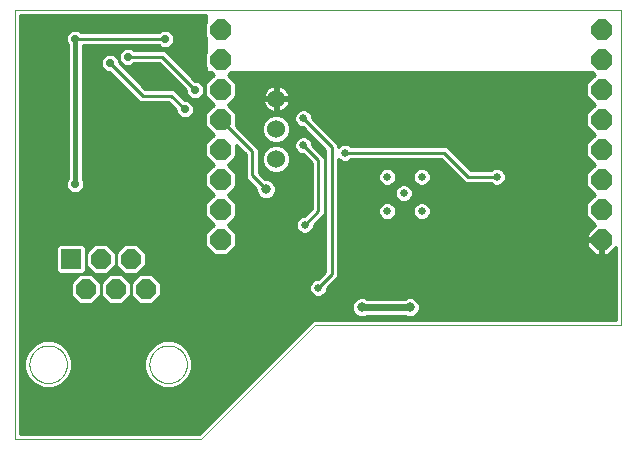
<source format=gbl>
G75*
%MOIN*%
%OFA0B0*%
%FSLAX25Y25*%
%IPPOS*%
%LPD*%
%AMOC8*
5,1,8,0,0,1.08239X$1,22.5*
%
%ADD10C,0.00000*%
%ADD11OC8,0.07000*%
%ADD12C,0.06000*%
%ADD13R,0.06600X0.06600*%
%ADD14OC8,0.06600*%
%ADD15C,0.01000*%
%ADD16C,0.02600*%
%ADD17C,0.03200*%
%ADD18OC8,0.02600*%
%ADD19C,0.02400*%
%ADD20C,0.01600*%
D10*
X0001500Y0001550D02*
X0001500Y0144550D01*
X0203500Y0144550D01*
X0203500Y0039550D01*
X0101500Y0039550D01*
X0063500Y0001550D01*
X0001500Y0001550D01*
X0006250Y0026550D02*
X0006252Y0026708D01*
X0006258Y0026865D01*
X0006268Y0027023D01*
X0006282Y0027180D01*
X0006300Y0027336D01*
X0006321Y0027493D01*
X0006347Y0027648D01*
X0006377Y0027803D01*
X0006410Y0027957D01*
X0006448Y0028110D01*
X0006489Y0028263D01*
X0006534Y0028414D01*
X0006583Y0028564D01*
X0006636Y0028712D01*
X0006692Y0028860D01*
X0006753Y0029005D01*
X0006816Y0029150D01*
X0006884Y0029292D01*
X0006955Y0029433D01*
X0007029Y0029572D01*
X0007107Y0029709D01*
X0007189Y0029844D01*
X0007273Y0029977D01*
X0007362Y0030108D01*
X0007453Y0030236D01*
X0007548Y0030363D01*
X0007645Y0030486D01*
X0007746Y0030608D01*
X0007850Y0030726D01*
X0007957Y0030842D01*
X0008067Y0030955D01*
X0008179Y0031066D01*
X0008295Y0031173D01*
X0008413Y0031278D01*
X0008533Y0031380D01*
X0008656Y0031478D01*
X0008782Y0031574D01*
X0008910Y0031666D01*
X0009040Y0031755D01*
X0009172Y0031841D01*
X0009307Y0031923D01*
X0009444Y0032002D01*
X0009582Y0032077D01*
X0009722Y0032149D01*
X0009865Y0032217D01*
X0010008Y0032282D01*
X0010154Y0032343D01*
X0010301Y0032400D01*
X0010449Y0032454D01*
X0010599Y0032504D01*
X0010749Y0032550D01*
X0010901Y0032592D01*
X0011054Y0032631D01*
X0011208Y0032665D01*
X0011363Y0032696D01*
X0011518Y0032722D01*
X0011674Y0032745D01*
X0011831Y0032764D01*
X0011988Y0032779D01*
X0012145Y0032790D01*
X0012303Y0032797D01*
X0012461Y0032800D01*
X0012618Y0032799D01*
X0012776Y0032794D01*
X0012933Y0032785D01*
X0013091Y0032772D01*
X0013247Y0032755D01*
X0013404Y0032734D01*
X0013559Y0032710D01*
X0013714Y0032681D01*
X0013869Y0032648D01*
X0014022Y0032612D01*
X0014175Y0032571D01*
X0014326Y0032527D01*
X0014476Y0032479D01*
X0014625Y0032428D01*
X0014773Y0032372D01*
X0014919Y0032313D01*
X0015064Y0032250D01*
X0015207Y0032183D01*
X0015348Y0032113D01*
X0015487Y0032040D01*
X0015625Y0031963D01*
X0015761Y0031882D01*
X0015894Y0031798D01*
X0016025Y0031711D01*
X0016154Y0031620D01*
X0016281Y0031526D01*
X0016406Y0031429D01*
X0016527Y0031329D01*
X0016647Y0031226D01*
X0016763Y0031120D01*
X0016877Y0031011D01*
X0016989Y0030899D01*
X0017097Y0030785D01*
X0017202Y0030667D01*
X0017305Y0030547D01*
X0017404Y0030425D01*
X0017500Y0030300D01*
X0017593Y0030172D01*
X0017683Y0030043D01*
X0017769Y0029911D01*
X0017853Y0029777D01*
X0017932Y0029641D01*
X0018009Y0029503D01*
X0018081Y0029363D01*
X0018150Y0029221D01*
X0018216Y0029078D01*
X0018278Y0028933D01*
X0018336Y0028786D01*
X0018391Y0028638D01*
X0018442Y0028489D01*
X0018489Y0028338D01*
X0018532Y0028187D01*
X0018571Y0028034D01*
X0018607Y0027880D01*
X0018638Y0027726D01*
X0018666Y0027571D01*
X0018690Y0027415D01*
X0018710Y0027258D01*
X0018726Y0027101D01*
X0018738Y0026944D01*
X0018746Y0026787D01*
X0018750Y0026629D01*
X0018750Y0026471D01*
X0018746Y0026313D01*
X0018738Y0026156D01*
X0018726Y0025999D01*
X0018710Y0025842D01*
X0018690Y0025685D01*
X0018666Y0025529D01*
X0018638Y0025374D01*
X0018607Y0025220D01*
X0018571Y0025066D01*
X0018532Y0024913D01*
X0018489Y0024762D01*
X0018442Y0024611D01*
X0018391Y0024462D01*
X0018336Y0024314D01*
X0018278Y0024167D01*
X0018216Y0024022D01*
X0018150Y0023879D01*
X0018081Y0023737D01*
X0018009Y0023597D01*
X0017932Y0023459D01*
X0017853Y0023323D01*
X0017769Y0023189D01*
X0017683Y0023057D01*
X0017593Y0022928D01*
X0017500Y0022800D01*
X0017404Y0022675D01*
X0017305Y0022553D01*
X0017202Y0022433D01*
X0017097Y0022315D01*
X0016989Y0022201D01*
X0016877Y0022089D01*
X0016763Y0021980D01*
X0016647Y0021874D01*
X0016527Y0021771D01*
X0016406Y0021671D01*
X0016281Y0021574D01*
X0016154Y0021480D01*
X0016025Y0021389D01*
X0015894Y0021302D01*
X0015761Y0021218D01*
X0015625Y0021137D01*
X0015487Y0021060D01*
X0015348Y0020987D01*
X0015207Y0020917D01*
X0015064Y0020850D01*
X0014919Y0020787D01*
X0014773Y0020728D01*
X0014625Y0020672D01*
X0014476Y0020621D01*
X0014326Y0020573D01*
X0014175Y0020529D01*
X0014022Y0020488D01*
X0013869Y0020452D01*
X0013714Y0020419D01*
X0013559Y0020390D01*
X0013404Y0020366D01*
X0013247Y0020345D01*
X0013091Y0020328D01*
X0012933Y0020315D01*
X0012776Y0020306D01*
X0012618Y0020301D01*
X0012461Y0020300D01*
X0012303Y0020303D01*
X0012145Y0020310D01*
X0011988Y0020321D01*
X0011831Y0020336D01*
X0011674Y0020355D01*
X0011518Y0020378D01*
X0011363Y0020404D01*
X0011208Y0020435D01*
X0011054Y0020469D01*
X0010901Y0020508D01*
X0010749Y0020550D01*
X0010599Y0020596D01*
X0010449Y0020646D01*
X0010301Y0020700D01*
X0010154Y0020757D01*
X0010008Y0020818D01*
X0009865Y0020883D01*
X0009722Y0020951D01*
X0009582Y0021023D01*
X0009444Y0021098D01*
X0009307Y0021177D01*
X0009172Y0021259D01*
X0009040Y0021345D01*
X0008910Y0021434D01*
X0008782Y0021526D01*
X0008656Y0021622D01*
X0008533Y0021720D01*
X0008413Y0021822D01*
X0008295Y0021927D01*
X0008179Y0022034D01*
X0008067Y0022145D01*
X0007957Y0022258D01*
X0007850Y0022374D01*
X0007746Y0022492D01*
X0007645Y0022614D01*
X0007548Y0022737D01*
X0007453Y0022864D01*
X0007362Y0022992D01*
X0007273Y0023123D01*
X0007189Y0023256D01*
X0007107Y0023391D01*
X0007029Y0023528D01*
X0006955Y0023667D01*
X0006884Y0023808D01*
X0006816Y0023950D01*
X0006753Y0024095D01*
X0006692Y0024240D01*
X0006636Y0024388D01*
X0006583Y0024536D01*
X0006534Y0024686D01*
X0006489Y0024837D01*
X0006448Y0024990D01*
X0006410Y0025143D01*
X0006377Y0025297D01*
X0006347Y0025452D01*
X0006321Y0025607D01*
X0006300Y0025764D01*
X0006282Y0025920D01*
X0006268Y0026077D01*
X0006258Y0026235D01*
X0006252Y0026392D01*
X0006250Y0026550D01*
X0046250Y0026550D02*
X0046252Y0026708D01*
X0046258Y0026865D01*
X0046268Y0027023D01*
X0046282Y0027180D01*
X0046300Y0027336D01*
X0046321Y0027493D01*
X0046347Y0027648D01*
X0046377Y0027803D01*
X0046410Y0027957D01*
X0046448Y0028110D01*
X0046489Y0028263D01*
X0046534Y0028414D01*
X0046583Y0028564D01*
X0046636Y0028712D01*
X0046692Y0028860D01*
X0046753Y0029005D01*
X0046816Y0029150D01*
X0046884Y0029292D01*
X0046955Y0029433D01*
X0047029Y0029572D01*
X0047107Y0029709D01*
X0047189Y0029844D01*
X0047273Y0029977D01*
X0047362Y0030108D01*
X0047453Y0030236D01*
X0047548Y0030363D01*
X0047645Y0030486D01*
X0047746Y0030608D01*
X0047850Y0030726D01*
X0047957Y0030842D01*
X0048067Y0030955D01*
X0048179Y0031066D01*
X0048295Y0031173D01*
X0048413Y0031278D01*
X0048533Y0031380D01*
X0048656Y0031478D01*
X0048782Y0031574D01*
X0048910Y0031666D01*
X0049040Y0031755D01*
X0049172Y0031841D01*
X0049307Y0031923D01*
X0049444Y0032002D01*
X0049582Y0032077D01*
X0049722Y0032149D01*
X0049865Y0032217D01*
X0050008Y0032282D01*
X0050154Y0032343D01*
X0050301Y0032400D01*
X0050449Y0032454D01*
X0050599Y0032504D01*
X0050749Y0032550D01*
X0050901Y0032592D01*
X0051054Y0032631D01*
X0051208Y0032665D01*
X0051363Y0032696D01*
X0051518Y0032722D01*
X0051674Y0032745D01*
X0051831Y0032764D01*
X0051988Y0032779D01*
X0052145Y0032790D01*
X0052303Y0032797D01*
X0052461Y0032800D01*
X0052618Y0032799D01*
X0052776Y0032794D01*
X0052933Y0032785D01*
X0053091Y0032772D01*
X0053247Y0032755D01*
X0053404Y0032734D01*
X0053559Y0032710D01*
X0053714Y0032681D01*
X0053869Y0032648D01*
X0054022Y0032612D01*
X0054175Y0032571D01*
X0054326Y0032527D01*
X0054476Y0032479D01*
X0054625Y0032428D01*
X0054773Y0032372D01*
X0054919Y0032313D01*
X0055064Y0032250D01*
X0055207Y0032183D01*
X0055348Y0032113D01*
X0055487Y0032040D01*
X0055625Y0031963D01*
X0055761Y0031882D01*
X0055894Y0031798D01*
X0056025Y0031711D01*
X0056154Y0031620D01*
X0056281Y0031526D01*
X0056406Y0031429D01*
X0056527Y0031329D01*
X0056647Y0031226D01*
X0056763Y0031120D01*
X0056877Y0031011D01*
X0056989Y0030899D01*
X0057097Y0030785D01*
X0057202Y0030667D01*
X0057305Y0030547D01*
X0057404Y0030425D01*
X0057500Y0030300D01*
X0057593Y0030172D01*
X0057683Y0030043D01*
X0057769Y0029911D01*
X0057853Y0029777D01*
X0057932Y0029641D01*
X0058009Y0029503D01*
X0058081Y0029363D01*
X0058150Y0029221D01*
X0058216Y0029078D01*
X0058278Y0028933D01*
X0058336Y0028786D01*
X0058391Y0028638D01*
X0058442Y0028489D01*
X0058489Y0028338D01*
X0058532Y0028187D01*
X0058571Y0028034D01*
X0058607Y0027880D01*
X0058638Y0027726D01*
X0058666Y0027571D01*
X0058690Y0027415D01*
X0058710Y0027258D01*
X0058726Y0027101D01*
X0058738Y0026944D01*
X0058746Y0026787D01*
X0058750Y0026629D01*
X0058750Y0026471D01*
X0058746Y0026313D01*
X0058738Y0026156D01*
X0058726Y0025999D01*
X0058710Y0025842D01*
X0058690Y0025685D01*
X0058666Y0025529D01*
X0058638Y0025374D01*
X0058607Y0025220D01*
X0058571Y0025066D01*
X0058532Y0024913D01*
X0058489Y0024762D01*
X0058442Y0024611D01*
X0058391Y0024462D01*
X0058336Y0024314D01*
X0058278Y0024167D01*
X0058216Y0024022D01*
X0058150Y0023879D01*
X0058081Y0023737D01*
X0058009Y0023597D01*
X0057932Y0023459D01*
X0057853Y0023323D01*
X0057769Y0023189D01*
X0057683Y0023057D01*
X0057593Y0022928D01*
X0057500Y0022800D01*
X0057404Y0022675D01*
X0057305Y0022553D01*
X0057202Y0022433D01*
X0057097Y0022315D01*
X0056989Y0022201D01*
X0056877Y0022089D01*
X0056763Y0021980D01*
X0056647Y0021874D01*
X0056527Y0021771D01*
X0056406Y0021671D01*
X0056281Y0021574D01*
X0056154Y0021480D01*
X0056025Y0021389D01*
X0055894Y0021302D01*
X0055761Y0021218D01*
X0055625Y0021137D01*
X0055487Y0021060D01*
X0055348Y0020987D01*
X0055207Y0020917D01*
X0055064Y0020850D01*
X0054919Y0020787D01*
X0054773Y0020728D01*
X0054625Y0020672D01*
X0054476Y0020621D01*
X0054326Y0020573D01*
X0054175Y0020529D01*
X0054022Y0020488D01*
X0053869Y0020452D01*
X0053714Y0020419D01*
X0053559Y0020390D01*
X0053404Y0020366D01*
X0053247Y0020345D01*
X0053091Y0020328D01*
X0052933Y0020315D01*
X0052776Y0020306D01*
X0052618Y0020301D01*
X0052461Y0020300D01*
X0052303Y0020303D01*
X0052145Y0020310D01*
X0051988Y0020321D01*
X0051831Y0020336D01*
X0051674Y0020355D01*
X0051518Y0020378D01*
X0051363Y0020404D01*
X0051208Y0020435D01*
X0051054Y0020469D01*
X0050901Y0020508D01*
X0050749Y0020550D01*
X0050599Y0020596D01*
X0050449Y0020646D01*
X0050301Y0020700D01*
X0050154Y0020757D01*
X0050008Y0020818D01*
X0049865Y0020883D01*
X0049722Y0020951D01*
X0049582Y0021023D01*
X0049444Y0021098D01*
X0049307Y0021177D01*
X0049172Y0021259D01*
X0049040Y0021345D01*
X0048910Y0021434D01*
X0048782Y0021526D01*
X0048656Y0021622D01*
X0048533Y0021720D01*
X0048413Y0021822D01*
X0048295Y0021927D01*
X0048179Y0022034D01*
X0048067Y0022145D01*
X0047957Y0022258D01*
X0047850Y0022374D01*
X0047746Y0022492D01*
X0047645Y0022614D01*
X0047548Y0022737D01*
X0047453Y0022864D01*
X0047362Y0022992D01*
X0047273Y0023123D01*
X0047189Y0023256D01*
X0047107Y0023391D01*
X0047029Y0023528D01*
X0046955Y0023667D01*
X0046884Y0023808D01*
X0046816Y0023950D01*
X0046753Y0024095D01*
X0046692Y0024240D01*
X0046636Y0024388D01*
X0046583Y0024536D01*
X0046534Y0024686D01*
X0046489Y0024837D01*
X0046448Y0024990D01*
X0046410Y0025143D01*
X0046377Y0025297D01*
X0046347Y0025452D01*
X0046321Y0025607D01*
X0046300Y0025764D01*
X0046282Y0025920D01*
X0046268Y0026077D01*
X0046258Y0026235D01*
X0046252Y0026392D01*
X0046250Y0026550D01*
D11*
X0070000Y0068050D03*
X0070000Y0078050D03*
X0070000Y0088050D03*
X0070000Y0098050D03*
X0070000Y0108050D03*
X0070000Y0118050D03*
X0070000Y0128050D03*
X0070000Y0138050D03*
X0197000Y0138050D03*
X0197000Y0128050D03*
X0197000Y0118050D03*
X0197000Y0108050D03*
X0197000Y0098050D03*
X0197000Y0088050D03*
X0197000Y0078050D03*
X0197000Y0068050D03*
D12*
X0088500Y0095050D03*
X0088500Y0105050D03*
X0088500Y0115050D03*
D13*
X0020000Y0061550D03*
D14*
X0025000Y0051550D03*
X0030000Y0061550D03*
X0035000Y0051550D03*
X0045000Y0051550D03*
X0040000Y0061550D03*
D15*
X0043044Y0057523D02*
X0104800Y0057523D01*
X0104800Y0057461D02*
X0102389Y0055050D01*
X0101903Y0055050D01*
X0100801Y0054593D01*
X0099957Y0053749D01*
X0099500Y0052647D01*
X0099500Y0051453D01*
X0099957Y0050351D01*
X0100801Y0049507D01*
X0101903Y0049050D01*
X0103097Y0049050D01*
X0104199Y0049507D01*
X0105043Y0050351D01*
X0105500Y0051453D01*
X0105500Y0051939D01*
X0109200Y0055639D01*
X0109200Y0095107D01*
X0109801Y0094507D01*
X0110903Y0094050D01*
X0112097Y0094050D01*
X0113199Y0094507D01*
X0113543Y0094850D01*
X0143589Y0094850D01*
X0150300Y0088139D01*
X0151589Y0086850D01*
X0159957Y0086850D01*
X0160301Y0086507D01*
X0161403Y0086050D01*
X0162597Y0086050D01*
X0163699Y0086507D01*
X0164543Y0087351D01*
X0165000Y0088453D01*
X0165000Y0089647D01*
X0164543Y0090749D01*
X0163699Y0091593D01*
X0162597Y0092050D01*
X0161403Y0092050D01*
X0160301Y0091593D01*
X0159957Y0091250D01*
X0153411Y0091250D01*
X0145411Y0099250D01*
X0113543Y0099250D01*
X0113199Y0099593D01*
X0112097Y0100050D01*
X0110903Y0100050D01*
X0109801Y0099593D01*
X0109200Y0098993D01*
X0109200Y0099961D01*
X0100500Y0108661D01*
X0100500Y0109147D01*
X0100043Y0110249D01*
X0099199Y0111093D01*
X0098097Y0111550D01*
X0096903Y0111550D01*
X0095801Y0111093D01*
X0094957Y0110249D01*
X0094500Y0109147D01*
X0094500Y0107953D01*
X0094957Y0106851D01*
X0095801Y0106007D01*
X0096903Y0105550D01*
X0097389Y0105550D01*
X0104800Y0098139D01*
X0104800Y0057461D01*
X0104800Y0058522D02*
X0044043Y0058522D01*
X0045000Y0059479D02*
X0042071Y0056550D01*
X0037929Y0056550D01*
X0035000Y0059479D01*
X0035000Y0063621D01*
X0037929Y0066550D01*
X0042071Y0066550D01*
X0045000Y0063621D01*
X0045000Y0059479D01*
X0045000Y0059520D02*
X0104800Y0059520D01*
X0104800Y0060519D02*
X0045000Y0060519D01*
X0045000Y0061517D02*
X0104800Y0061517D01*
X0104800Y0062516D02*
X0045000Y0062516D01*
X0045000Y0063514D02*
X0067182Y0063514D01*
X0067846Y0062850D02*
X0064800Y0065896D01*
X0064800Y0070204D01*
X0067646Y0073050D01*
X0064800Y0075896D01*
X0064800Y0080204D01*
X0067646Y0083050D01*
X0064800Y0085896D01*
X0064800Y0090204D01*
X0067646Y0093050D01*
X0064800Y0095896D01*
X0064800Y0100204D01*
X0067646Y0103050D01*
X0064800Y0105896D01*
X0064800Y0110204D01*
X0067646Y0113050D01*
X0064800Y0115896D01*
X0064800Y0120204D01*
X0067646Y0123050D01*
X0066646Y0124050D01*
X0065000Y0124050D01*
X0065000Y0125696D01*
X0064800Y0125896D01*
X0064800Y0130204D01*
X0065000Y0130404D01*
X0065000Y0135696D01*
X0064800Y0135896D01*
X0064800Y0140204D01*
X0065000Y0140404D01*
X0065000Y0142850D01*
X0003200Y0142850D01*
X0003200Y0003250D01*
X0062796Y0003250D01*
X0099800Y0040254D01*
X0099800Y0040254D01*
X0100796Y0041250D01*
X0201800Y0041250D01*
X0201800Y0065779D01*
X0199071Y0063050D01*
X0197500Y0063050D01*
X0197500Y0067550D01*
X0196500Y0067550D01*
X0196500Y0063050D01*
X0194929Y0063050D01*
X0192000Y0065979D01*
X0192000Y0067550D01*
X0196500Y0067550D01*
X0196500Y0068550D01*
X0192000Y0068550D01*
X0192000Y0070121D01*
X0194788Y0072909D01*
X0191800Y0075896D01*
X0191800Y0080204D01*
X0194646Y0083050D01*
X0191800Y0085896D01*
X0191800Y0090204D01*
X0194646Y0093050D01*
X0191800Y0095896D01*
X0191800Y0100204D01*
X0194646Y0103050D01*
X0191800Y0105896D01*
X0191800Y0110204D01*
X0194646Y0113050D01*
X0191800Y0115896D01*
X0191800Y0120204D01*
X0194646Y0123050D01*
X0193646Y0124050D01*
X0073354Y0124050D01*
X0072354Y0123050D01*
X0075200Y0120204D01*
X0075200Y0115896D01*
X0072354Y0113050D01*
X0075200Y0110204D01*
X0075200Y0105961D01*
X0082700Y0098461D01*
X0082700Y0090461D01*
X0084933Y0088228D01*
X0085778Y0088228D01*
X0086991Y0087726D01*
X0087920Y0086797D01*
X0088422Y0085584D01*
X0088422Y0084272D01*
X0087920Y0083059D01*
X0086991Y0082130D01*
X0085778Y0081628D01*
X0084466Y0081628D01*
X0083253Y0082130D01*
X0082324Y0083059D01*
X0081822Y0084272D01*
X0081822Y0085117D01*
X0079589Y0087350D01*
X0078300Y0088639D01*
X0078300Y0096639D01*
X0075200Y0099739D01*
X0075200Y0095896D01*
X0072354Y0093050D01*
X0075200Y0090204D01*
X0075200Y0085896D01*
X0072354Y0083050D01*
X0075200Y0080204D01*
X0075200Y0075896D01*
X0072354Y0073050D01*
X0075200Y0070204D01*
X0075200Y0065896D01*
X0072154Y0062850D01*
X0067846Y0062850D01*
X0066183Y0064513D02*
X0044108Y0064513D01*
X0043110Y0065511D02*
X0065185Y0065511D01*
X0064800Y0066510D02*
X0042111Y0066510D01*
X0037889Y0066510D02*
X0032111Y0066510D01*
X0032071Y0066550D02*
X0027929Y0066550D01*
X0025000Y0063621D01*
X0025000Y0059479D01*
X0027929Y0056550D01*
X0032071Y0056550D01*
X0035000Y0059479D01*
X0035000Y0063621D01*
X0032071Y0066550D01*
X0033110Y0065511D02*
X0036890Y0065511D01*
X0035892Y0064513D02*
X0034108Y0064513D01*
X0035000Y0063514D02*
X0035000Y0063514D01*
X0035000Y0062516D02*
X0035000Y0062516D01*
X0035000Y0061517D02*
X0035000Y0061517D01*
X0035000Y0060519D02*
X0035000Y0060519D01*
X0035000Y0059520D02*
X0035000Y0059520D01*
X0034043Y0058522D02*
X0035957Y0058522D01*
X0036956Y0057523D02*
X0033044Y0057523D01*
X0032929Y0056550D02*
X0030000Y0053621D01*
X0030000Y0049479D01*
X0032929Y0046550D01*
X0037071Y0046550D01*
X0040000Y0049479D01*
X0042929Y0046550D01*
X0047071Y0046550D01*
X0050000Y0049479D01*
X0050000Y0053621D01*
X0047071Y0056550D01*
X0042929Y0056550D01*
X0040000Y0053621D01*
X0040000Y0049479D01*
X0040000Y0053621D01*
X0037071Y0056550D01*
X0032929Y0056550D01*
X0032904Y0056525D02*
X0027096Y0056525D01*
X0027071Y0056550D02*
X0022929Y0056550D01*
X0020000Y0053621D01*
X0020000Y0049479D01*
X0022929Y0046550D01*
X0027071Y0046550D01*
X0030000Y0049479D01*
X0030000Y0053621D01*
X0027071Y0056550D01*
X0026956Y0057523D02*
X0024977Y0057523D01*
X0025000Y0057546D02*
X0024004Y0056550D01*
X0015996Y0056550D01*
X0015000Y0057546D01*
X0015000Y0065554D01*
X0015996Y0066550D01*
X0024004Y0066550D01*
X0025000Y0065554D01*
X0025000Y0057546D01*
X0025000Y0058522D02*
X0025957Y0058522D01*
X0025000Y0059520D02*
X0025000Y0059520D01*
X0025000Y0060519D02*
X0025000Y0060519D01*
X0025000Y0061517D02*
X0025000Y0061517D01*
X0025000Y0062516D02*
X0025000Y0062516D01*
X0025000Y0063514D02*
X0025000Y0063514D01*
X0025000Y0064513D02*
X0025892Y0064513D01*
X0025000Y0065511D02*
X0026890Y0065511D01*
X0027889Y0066510D02*
X0024044Y0066510D01*
X0015956Y0066510D02*
X0003200Y0066510D01*
X0003200Y0067508D02*
X0064800Y0067508D01*
X0064800Y0068507D02*
X0003200Y0068507D01*
X0003200Y0069505D02*
X0064800Y0069505D01*
X0065100Y0070504D02*
X0003200Y0070504D01*
X0003200Y0071502D02*
X0066098Y0071502D01*
X0067097Y0072501D02*
X0003200Y0072501D01*
X0003200Y0073499D02*
X0067197Y0073499D01*
X0066198Y0074498D02*
X0003200Y0074498D01*
X0003200Y0075496D02*
X0065200Y0075496D01*
X0064800Y0076495D02*
X0003200Y0076495D01*
X0003200Y0077493D02*
X0064800Y0077493D01*
X0064800Y0078492D02*
X0003200Y0078492D01*
X0003200Y0079490D02*
X0064800Y0079490D01*
X0065085Y0080489D02*
X0003200Y0080489D01*
X0003200Y0081487D02*
X0066084Y0081487D01*
X0067082Y0082486D02*
X0003200Y0082486D01*
X0003200Y0083484D02*
X0067212Y0083484D01*
X0066213Y0084483D02*
X0023676Y0084483D01*
X0024500Y0085307D02*
X0024500Y0087793D01*
X0024000Y0088293D01*
X0024000Y0132850D01*
X0049457Y0132850D01*
X0050257Y0132050D01*
X0052743Y0132050D01*
X0054500Y0133807D01*
X0054500Y0136293D01*
X0052743Y0138050D01*
X0050257Y0138050D01*
X0049457Y0137250D01*
X0023543Y0137250D01*
X0022743Y0138050D01*
X0020257Y0138050D01*
X0018500Y0136293D01*
X0018500Y0133807D01*
X0019000Y0133307D01*
X0019000Y0088293D01*
X0018500Y0087793D01*
X0018500Y0085307D01*
X0020257Y0083550D01*
X0022743Y0083550D01*
X0024500Y0085307D01*
X0024500Y0085482D02*
X0065215Y0085482D01*
X0064800Y0086480D02*
X0024500Y0086480D01*
X0024500Y0087479D02*
X0064800Y0087479D01*
X0064800Y0088477D02*
X0024000Y0088477D01*
X0024000Y0089476D02*
X0064800Y0089476D01*
X0065070Y0090474D02*
X0024000Y0090474D01*
X0024000Y0091473D02*
X0066069Y0091473D01*
X0067067Y0092471D02*
X0024000Y0092471D01*
X0024000Y0093470D02*
X0067226Y0093470D01*
X0066228Y0094468D02*
X0024000Y0094468D01*
X0024000Y0095467D02*
X0065229Y0095467D01*
X0064800Y0096465D02*
X0024000Y0096465D01*
X0024000Y0097464D02*
X0064800Y0097464D01*
X0064800Y0098462D02*
X0024000Y0098462D01*
X0024000Y0099461D02*
X0064800Y0099461D01*
X0065055Y0100459D02*
X0024000Y0100459D01*
X0024000Y0101458D02*
X0066054Y0101458D01*
X0067052Y0102456D02*
X0024000Y0102456D01*
X0024000Y0103455D02*
X0067241Y0103455D01*
X0066243Y0104453D02*
X0024000Y0104453D01*
X0024000Y0105452D02*
X0065244Y0105452D01*
X0064800Y0106450D02*
X0024000Y0106450D01*
X0024000Y0107449D02*
X0064800Y0107449D01*
X0064800Y0108447D02*
X0024000Y0108447D01*
X0024000Y0109446D02*
X0055862Y0109446D01*
X0055000Y0110307D02*
X0056757Y0108550D01*
X0059243Y0108550D01*
X0061000Y0110307D01*
X0061000Y0112793D01*
X0059243Y0114550D01*
X0058111Y0114550D01*
X0054411Y0118250D01*
X0044911Y0118250D01*
X0036000Y0127161D01*
X0036000Y0128293D01*
X0034243Y0130050D01*
X0031757Y0130050D01*
X0030000Y0128293D01*
X0030000Y0125807D01*
X0031757Y0124050D01*
X0032889Y0124050D01*
X0041800Y0115139D01*
X0043089Y0113850D01*
X0052589Y0113850D01*
X0055000Y0111439D01*
X0055000Y0110307D01*
X0055000Y0110444D02*
X0024000Y0110444D01*
X0024000Y0111443D02*
X0054996Y0111443D01*
X0053997Y0112441D02*
X0024000Y0112441D01*
X0024000Y0113440D02*
X0052999Y0113440D01*
X0053500Y0116050D02*
X0058000Y0111550D01*
X0060138Y0109446D02*
X0064800Y0109446D01*
X0065040Y0110444D02*
X0061000Y0110444D01*
X0061000Y0111443D02*
X0066039Y0111443D01*
X0067037Y0112441D02*
X0061000Y0112441D01*
X0060353Y0113440D02*
X0067256Y0113440D01*
X0066258Y0114438D02*
X0059354Y0114438D01*
X0060257Y0115050D02*
X0058500Y0116807D01*
X0058500Y0117939D01*
X0049589Y0126850D01*
X0041043Y0126850D01*
X0040243Y0126050D01*
X0037757Y0126050D01*
X0036000Y0127807D01*
X0036000Y0130293D01*
X0037757Y0132050D01*
X0040243Y0132050D01*
X0041043Y0131250D01*
X0051411Y0131250D01*
X0061611Y0121050D01*
X0062743Y0121050D01*
X0064500Y0119293D01*
X0064500Y0116807D01*
X0062743Y0115050D01*
X0060257Y0115050D01*
X0059870Y0115437D02*
X0057224Y0115437D01*
X0056226Y0116435D02*
X0058872Y0116435D01*
X0058500Y0117434D02*
X0055227Y0117434D01*
X0053500Y0116050D02*
X0044000Y0116050D01*
X0033000Y0127050D01*
X0034877Y0129416D02*
X0036000Y0129416D01*
X0036000Y0128418D02*
X0035875Y0128418D01*
X0036000Y0127419D02*
X0036388Y0127419D01*
X0036741Y0126420D02*
X0037387Y0126420D01*
X0037739Y0125422D02*
X0051017Y0125422D01*
X0052015Y0124423D02*
X0038738Y0124423D01*
X0039736Y0123425D02*
X0053014Y0123425D01*
X0054012Y0122426D02*
X0040735Y0122426D01*
X0041733Y0121428D02*
X0055011Y0121428D01*
X0056009Y0120429D02*
X0042732Y0120429D01*
X0043730Y0119431D02*
X0057008Y0119431D01*
X0058006Y0118432D02*
X0044729Y0118432D01*
X0041502Y0115437D02*
X0024000Y0115437D01*
X0024000Y0116435D02*
X0040503Y0116435D01*
X0039505Y0117434D02*
X0024000Y0117434D01*
X0024000Y0118432D02*
X0038506Y0118432D01*
X0037508Y0119431D02*
X0024000Y0119431D01*
X0024000Y0120429D02*
X0036509Y0120429D01*
X0035511Y0121428D02*
X0024000Y0121428D01*
X0024000Y0122426D02*
X0034512Y0122426D01*
X0033514Y0123425D02*
X0024000Y0123425D01*
X0024000Y0124423D02*
X0031384Y0124423D01*
X0030385Y0125422D02*
X0024000Y0125422D01*
X0024000Y0126420D02*
X0030000Y0126420D01*
X0030000Y0127419D02*
X0024000Y0127419D01*
X0024000Y0128418D02*
X0030125Y0128418D01*
X0031123Y0129416D02*
X0024000Y0129416D01*
X0024000Y0130415D02*
X0036122Y0130415D01*
X0037120Y0131413D02*
X0024000Y0131413D01*
X0024000Y0132412D02*
X0049896Y0132412D01*
X0052247Y0130415D02*
X0065000Y0130415D01*
X0065000Y0131413D02*
X0040880Y0131413D01*
X0039000Y0129050D02*
X0050500Y0129050D01*
X0061500Y0118050D01*
X0063363Y0120429D02*
X0065026Y0120429D01*
X0064800Y0119431D02*
X0064362Y0119431D01*
X0064500Y0118432D02*
X0064800Y0118432D01*
X0064800Y0117434D02*
X0064500Y0117434D01*
X0064800Y0116435D02*
X0064128Y0116435D01*
X0063129Y0115437D02*
X0065259Y0115437D01*
X0066024Y0121428D02*
X0061233Y0121428D01*
X0060235Y0122426D02*
X0067023Y0122426D01*
X0067271Y0123425D02*
X0059236Y0123425D01*
X0058238Y0124423D02*
X0065000Y0124423D01*
X0065000Y0125422D02*
X0057239Y0125422D01*
X0056241Y0126420D02*
X0064800Y0126420D01*
X0064800Y0127419D02*
X0055242Y0127419D01*
X0054244Y0128418D02*
X0064800Y0128418D01*
X0064800Y0129416D02*
X0053245Y0129416D01*
X0053104Y0132412D02*
X0065000Y0132412D01*
X0065000Y0133410D02*
X0054103Y0133410D01*
X0054500Y0134409D02*
X0065000Y0134409D01*
X0065000Y0135407D02*
X0054500Y0135407D01*
X0054387Y0136406D02*
X0064800Y0136406D01*
X0064800Y0137404D02*
X0053389Y0137404D01*
X0051500Y0135050D02*
X0021500Y0135050D01*
X0023389Y0137404D02*
X0049611Y0137404D01*
X0050018Y0126420D02*
X0040613Y0126420D01*
X0042500Y0114438D02*
X0024000Y0114438D01*
X0019000Y0114438D02*
X0003200Y0114438D01*
X0003200Y0113440D02*
X0019000Y0113440D01*
X0019000Y0112441D02*
X0003200Y0112441D01*
X0003200Y0111443D02*
X0019000Y0111443D01*
X0019000Y0110444D02*
X0003200Y0110444D01*
X0003200Y0109446D02*
X0019000Y0109446D01*
X0019000Y0108447D02*
X0003200Y0108447D01*
X0003200Y0107449D02*
X0019000Y0107449D01*
X0019000Y0106450D02*
X0003200Y0106450D01*
X0003200Y0105452D02*
X0019000Y0105452D01*
X0019000Y0104453D02*
X0003200Y0104453D01*
X0003200Y0103455D02*
X0019000Y0103455D01*
X0019000Y0102456D02*
X0003200Y0102456D01*
X0003200Y0101458D02*
X0019000Y0101458D01*
X0019000Y0100459D02*
X0003200Y0100459D01*
X0003200Y0099461D02*
X0019000Y0099461D01*
X0019000Y0098462D02*
X0003200Y0098462D01*
X0003200Y0097464D02*
X0019000Y0097464D01*
X0019000Y0096465D02*
X0003200Y0096465D01*
X0003200Y0095467D02*
X0019000Y0095467D01*
X0019000Y0094468D02*
X0003200Y0094468D01*
X0003200Y0093470D02*
X0019000Y0093470D01*
X0019000Y0092471D02*
X0003200Y0092471D01*
X0003200Y0091473D02*
X0019000Y0091473D01*
X0019000Y0090474D02*
X0003200Y0090474D01*
X0003200Y0089476D02*
X0019000Y0089476D01*
X0019000Y0088477D02*
X0003200Y0088477D01*
X0003200Y0087479D02*
X0018500Y0087479D01*
X0018500Y0086480D02*
X0003200Y0086480D01*
X0003200Y0085482D02*
X0018500Y0085482D01*
X0019324Y0084483D02*
X0003200Y0084483D01*
X0003200Y0065511D02*
X0015000Y0065511D01*
X0015000Y0064513D02*
X0003200Y0064513D01*
X0003200Y0063514D02*
X0015000Y0063514D01*
X0015000Y0062516D02*
X0003200Y0062516D01*
X0003200Y0061517D02*
X0015000Y0061517D01*
X0015000Y0060519D02*
X0003200Y0060519D01*
X0003200Y0059520D02*
X0015000Y0059520D01*
X0015000Y0058522D02*
X0003200Y0058522D01*
X0003200Y0057523D02*
X0015023Y0057523D01*
X0020000Y0053529D02*
X0003200Y0053529D01*
X0003200Y0052531D02*
X0020000Y0052531D01*
X0020000Y0051532D02*
X0003200Y0051532D01*
X0003200Y0050534D02*
X0020000Y0050534D01*
X0020000Y0049535D02*
X0003200Y0049535D01*
X0003200Y0048537D02*
X0020942Y0048537D01*
X0021941Y0047538D02*
X0003200Y0047538D01*
X0003200Y0046540D02*
X0113838Y0046540D01*
X0113700Y0046206D02*
X0113700Y0044894D01*
X0114202Y0043681D01*
X0115131Y0042752D01*
X0116344Y0042250D01*
X0117656Y0042250D01*
X0118622Y0042650D01*
X0131378Y0042650D01*
X0132344Y0042250D01*
X0133656Y0042250D01*
X0134869Y0042752D01*
X0135798Y0043681D01*
X0136300Y0044894D01*
X0136300Y0046206D01*
X0135798Y0047419D01*
X0134869Y0048348D01*
X0133656Y0048850D01*
X0132344Y0048850D01*
X0131378Y0048450D01*
X0118622Y0048450D01*
X0117656Y0048850D01*
X0116344Y0048850D01*
X0115131Y0048348D01*
X0114202Y0047419D01*
X0113700Y0046206D01*
X0113700Y0045541D02*
X0003200Y0045541D01*
X0003200Y0044543D02*
X0113845Y0044543D01*
X0114339Y0043544D02*
X0003200Y0043544D01*
X0003200Y0042546D02*
X0115630Y0042546D01*
X0118370Y0042546D02*
X0131630Y0042546D01*
X0134370Y0042546D02*
X0201800Y0042546D01*
X0201800Y0043544D02*
X0135661Y0043544D01*
X0136155Y0044543D02*
X0201800Y0044543D01*
X0201800Y0045541D02*
X0136300Y0045541D01*
X0136162Y0046540D02*
X0201800Y0046540D01*
X0201800Y0047538D02*
X0135679Y0047538D01*
X0134413Y0048537D02*
X0201800Y0048537D01*
X0201800Y0049535D02*
X0104228Y0049535D01*
X0105119Y0050534D02*
X0201800Y0050534D01*
X0201800Y0051532D02*
X0105500Y0051532D01*
X0106092Y0052531D02*
X0201800Y0052531D01*
X0201800Y0053529D02*
X0107090Y0053529D01*
X0108089Y0054528D02*
X0201800Y0054528D01*
X0201800Y0055526D02*
X0109087Y0055526D01*
X0109200Y0056525D02*
X0201800Y0056525D01*
X0201800Y0057523D02*
X0109200Y0057523D01*
X0109200Y0058522D02*
X0201800Y0058522D01*
X0201800Y0059520D02*
X0109200Y0059520D01*
X0109200Y0060519D02*
X0201800Y0060519D01*
X0201800Y0061517D02*
X0109200Y0061517D01*
X0109200Y0062516D02*
X0201800Y0062516D01*
X0201800Y0063514D02*
X0199535Y0063514D01*
X0200534Y0064513D02*
X0201800Y0064513D01*
X0201800Y0065511D02*
X0201532Y0065511D01*
X0197500Y0065511D02*
X0196500Y0065511D01*
X0196500Y0064513D02*
X0197500Y0064513D01*
X0197500Y0063514D02*
X0196500Y0063514D01*
X0194465Y0063514D02*
X0109200Y0063514D01*
X0109200Y0064513D02*
X0193466Y0064513D01*
X0192468Y0065511D02*
X0109200Y0065511D01*
X0109200Y0066510D02*
X0192000Y0066510D01*
X0192000Y0067508D02*
X0109200Y0067508D01*
X0109200Y0068507D02*
X0196500Y0068507D01*
X0196500Y0067508D02*
X0197500Y0067508D01*
X0197500Y0066510D02*
X0196500Y0066510D01*
X0192000Y0069505D02*
X0109200Y0069505D01*
X0109200Y0070504D02*
X0192383Y0070504D01*
X0193381Y0071502D02*
X0109200Y0071502D01*
X0109200Y0072501D02*
X0194380Y0072501D01*
X0194197Y0073499D02*
X0109200Y0073499D01*
X0109200Y0074498D02*
X0193198Y0074498D01*
X0192200Y0075496D02*
X0139189Y0075496D01*
X0139543Y0075851D02*
X0138699Y0075007D01*
X0137597Y0074550D01*
X0136403Y0074550D01*
X0135301Y0075007D01*
X0134457Y0075851D01*
X0134000Y0076953D01*
X0134000Y0078147D01*
X0134457Y0079249D01*
X0135301Y0080093D01*
X0136403Y0080550D01*
X0137597Y0080550D01*
X0138699Y0080093D01*
X0139543Y0079249D01*
X0140000Y0078147D01*
X0140000Y0076953D01*
X0139543Y0075851D01*
X0139810Y0076495D02*
X0191800Y0076495D01*
X0191800Y0077493D02*
X0140000Y0077493D01*
X0139857Y0078492D02*
X0191800Y0078492D01*
X0191800Y0079490D02*
X0139302Y0079490D01*
X0137744Y0080489D02*
X0192085Y0080489D01*
X0193084Y0081487D02*
X0133180Y0081487D01*
X0133543Y0081851D02*
X0132699Y0081007D01*
X0131597Y0080550D01*
X0130403Y0080550D01*
X0129301Y0081007D01*
X0128457Y0081851D01*
X0128000Y0082953D01*
X0128000Y0084147D01*
X0128457Y0085249D01*
X0129301Y0086093D01*
X0130403Y0086550D01*
X0131597Y0086550D01*
X0132699Y0086093D01*
X0133543Y0085249D01*
X0134000Y0084147D01*
X0134000Y0082953D01*
X0133543Y0081851D01*
X0133806Y0082486D02*
X0194082Y0082486D01*
X0194212Y0083484D02*
X0134000Y0083484D01*
X0133861Y0084483D02*
X0193213Y0084483D01*
X0192215Y0085482D02*
X0133311Y0085482D01*
X0131766Y0086480D02*
X0135365Y0086480D01*
X0135301Y0086507D02*
X0136403Y0086050D01*
X0137597Y0086050D01*
X0138699Y0086507D01*
X0139543Y0087351D01*
X0140000Y0088453D01*
X0140000Y0089647D01*
X0139543Y0090749D01*
X0138699Y0091593D01*
X0137597Y0092050D01*
X0136403Y0092050D01*
X0135301Y0091593D01*
X0134457Y0090749D01*
X0134000Y0089647D01*
X0134000Y0088453D01*
X0134457Y0087351D01*
X0135301Y0086507D01*
X0134404Y0087479D02*
X0128096Y0087479D01*
X0128043Y0087351D02*
X0128500Y0088453D01*
X0128500Y0089647D01*
X0128043Y0090749D01*
X0127199Y0091593D01*
X0126097Y0092050D01*
X0124903Y0092050D01*
X0123801Y0091593D01*
X0122957Y0090749D01*
X0122500Y0089647D01*
X0122500Y0088453D01*
X0122957Y0087351D01*
X0123801Y0086507D01*
X0124903Y0086050D01*
X0126097Y0086050D01*
X0127199Y0086507D01*
X0128043Y0087351D01*
X0128500Y0088477D02*
X0134000Y0088477D01*
X0134000Y0089476D02*
X0128500Y0089476D01*
X0128157Y0090474D02*
X0134343Y0090474D01*
X0135180Y0091473D02*
X0127320Y0091473D01*
X0123680Y0091473D02*
X0109200Y0091473D01*
X0109200Y0092471D02*
X0145968Y0092471D01*
X0146966Y0091473D02*
X0138820Y0091473D01*
X0139657Y0090474D02*
X0147965Y0090474D01*
X0148963Y0089476D02*
X0140000Y0089476D01*
X0140000Y0088477D02*
X0149962Y0088477D01*
X0150960Y0087479D02*
X0139596Y0087479D01*
X0138635Y0086480D02*
X0160365Y0086480D01*
X0162000Y0089050D02*
X0152500Y0089050D01*
X0144500Y0097050D01*
X0111500Y0097050D01*
X0109668Y0099461D02*
X0109200Y0099461D01*
X0108702Y0100459D02*
X0192055Y0100459D01*
X0191800Y0099461D02*
X0113332Y0099461D01*
X0113106Y0094468D02*
X0143971Y0094468D01*
X0144969Y0093470D02*
X0109200Y0093470D01*
X0109200Y0094468D02*
X0109894Y0094468D01*
X0109200Y0090474D02*
X0122843Y0090474D01*
X0122500Y0089476D02*
X0109200Y0089476D01*
X0109200Y0088477D02*
X0122500Y0088477D01*
X0122904Y0087479D02*
X0109200Y0087479D01*
X0109200Y0086480D02*
X0123865Y0086480D01*
X0127135Y0086480D02*
X0130234Y0086480D01*
X0128689Y0085482D02*
X0109200Y0085482D01*
X0109200Y0084483D02*
X0128139Y0084483D01*
X0128000Y0083484D02*
X0109200Y0083484D01*
X0109200Y0082486D02*
X0128194Y0082486D01*
X0128820Y0081487D02*
X0109200Y0081487D01*
X0109200Y0080489D02*
X0124756Y0080489D01*
X0124903Y0080550D02*
X0123801Y0080093D01*
X0122957Y0079249D01*
X0122500Y0078147D01*
X0122500Y0076953D01*
X0122957Y0075851D01*
X0123801Y0075007D01*
X0124903Y0074550D01*
X0126097Y0074550D01*
X0127199Y0075007D01*
X0128043Y0075851D01*
X0128500Y0076953D01*
X0128500Y0078147D01*
X0128043Y0079249D01*
X0127199Y0080093D01*
X0126097Y0080550D01*
X0124903Y0080550D01*
X0126244Y0080489D02*
X0136256Y0080489D01*
X0134698Y0079490D02*
X0127802Y0079490D01*
X0128357Y0078492D02*
X0134143Y0078492D01*
X0134000Y0077493D02*
X0128500Y0077493D01*
X0128310Y0076495D02*
X0134190Y0076495D01*
X0134811Y0075496D02*
X0127689Y0075496D01*
X0123311Y0075496D02*
X0109200Y0075496D01*
X0109200Y0076495D02*
X0122690Y0076495D01*
X0122500Y0077493D02*
X0109200Y0077493D01*
X0109200Y0078492D02*
X0122643Y0078492D01*
X0123198Y0079490D02*
X0109200Y0079490D01*
X0104800Y0079490D02*
X0104700Y0079490D01*
X0104700Y0078492D02*
X0104800Y0078492D01*
X0104800Y0077493D02*
X0104700Y0077493D01*
X0104700Y0076639D02*
X0104700Y0095461D01*
X0100500Y0099661D01*
X0100500Y0100147D01*
X0100043Y0101249D01*
X0099199Y0102093D01*
X0098097Y0102550D01*
X0096903Y0102550D01*
X0095801Y0102093D01*
X0094957Y0101249D01*
X0094500Y0100147D01*
X0094500Y0098953D01*
X0094957Y0097851D01*
X0095801Y0097007D01*
X0096903Y0096550D01*
X0097389Y0096550D01*
X0100300Y0093639D01*
X0100300Y0078461D01*
X0097889Y0076050D01*
X0097403Y0076050D01*
X0096301Y0075593D01*
X0095457Y0074749D01*
X0095000Y0073647D01*
X0095000Y0072453D01*
X0095457Y0071351D01*
X0096301Y0070507D01*
X0097403Y0070050D01*
X0098597Y0070050D01*
X0099699Y0070507D01*
X0100543Y0071351D01*
X0101000Y0072453D01*
X0101000Y0072939D01*
X0104700Y0076639D01*
X0104800Y0076495D02*
X0104556Y0076495D01*
X0104800Y0075496D02*
X0103558Y0075496D01*
X0102559Y0074498D02*
X0104800Y0074498D01*
X0104800Y0073499D02*
X0101561Y0073499D01*
X0101000Y0072501D02*
X0104800Y0072501D01*
X0104800Y0071502D02*
X0100606Y0071502D01*
X0099692Y0070504D02*
X0104800Y0070504D01*
X0104800Y0069505D02*
X0075200Y0069505D01*
X0075200Y0068507D02*
X0104800Y0068507D01*
X0104800Y0067508D02*
X0075200Y0067508D01*
X0075200Y0066510D02*
X0104800Y0066510D01*
X0104800Y0065511D02*
X0074815Y0065511D01*
X0073817Y0064513D02*
X0104800Y0064513D01*
X0104800Y0063514D02*
X0072818Y0063514D01*
X0074900Y0070504D02*
X0096308Y0070504D01*
X0095394Y0071502D02*
X0073902Y0071502D01*
X0072903Y0072501D02*
X0095000Y0072501D01*
X0095000Y0073499D02*
X0072803Y0073499D01*
X0073802Y0074498D02*
X0095353Y0074498D01*
X0096204Y0075496D02*
X0074800Y0075496D01*
X0075200Y0076495D02*
X0098334Y0076495D01*
X0099332Y0077493D02*
X0075200Y0077493D01*
X0075200Y0078492D02*
X0100300Y0078492D01*
X0100300Y0079490D02*
X0075200Y0079490D01*
X0074915Y0080489D02*
X0100300Y0080489D01*
X0100300Y0081487D02*
X0073916Y0081487D01*
X0072918Y0082486D02*
X0082897Y0082486D01*
X0082148Y0083484D02*
X0072788Y0083484D01*
X0073787Y0084483D02*
X0081822Y0084483D01*
X0081457Y0085482D02*
X0074785Y0085482D01*
X0075200Y0086480D02*
X0080459Y0086480D01*
X0079460Y0087479D02*
X0075200Y0087479D01*
X0075200Y0088477D02*
X0078462Y0088477D01*
X0078300Y0089476D02*
X0075200Y0089476D01*
X0074930Y0090474D02*
X0078300Y0090474D01*
X0078300Y0091473D02*
X0073931Y0091473D01*
X0072933Y0092471D02*
X0078300Y0092471D01*
X0078300Y0093470D02*
X0072773Y0093470D01*
X0073772Y0094468D02*
X0078300Y0094468D01*
X0078300Y0095467D02*
X0074771Y0095467D01*
X0075200Y0096465D02*
X0078300Y0096465D01*
X0077475Y0097464D02*
X0075200Y0097464D01*
X0075200Y0098462D02*
X0076477Y0098462D01*
X0075478Y0099461D02*
X0075200Y0099461D01*
X0078705Y0102456D02*
X0084487Y0102456D01*
X0084516Y0102388D02*
X0085838Y0101066D01*
X0087565Y0100350D01*
X0089435Y0100350D01*
X0091162Y0101066D01*
X0092484Y0102388D01*
X0093200Y0104115D01*
X0093200Y0105985D01*
X0092484Y0107712D01*
X0091162Y0109034D01*
X0089435Y0109750D01*
X0087565Y0109750D01*
X0085838Y0109034D01*
X0084516Y0107712D01*
X0083800Y0105985D01*
X0083800Y0104115D01*
X0084516Y0102388D01*
X0084074Y0103455D02*
X0077707Y0103455D01*
X0076708Y0104453D02*
X0083800Y0104453D01*
X0083800Y0105452D02*
X0075710Y0105452D01*
X0075200Y0106450D02*
X0083993Y0106450D01*
X0084406Y0107449D02*
X0075200Y0107449D01*
X0075200Y0108447D02*
X0085250Y0108447D01*
X0086831Y0109446D02*
X0075200Y0109446D01*
X0074960Y0110444D02*
X0095152Y0110444D01*
X0094624Y0109446D02*
X0090169Y0109446D01*
X0089554Y0110661D02*
X0090227Y0110880D01*
X0090859Y0111201D01*
X0091432Y0111618D01*
X0091932Y0112118D01*
X0092349Y0112691D01*
X0092670Y0113323D01*
X0092889Y0113996D01*
X0092977Y0114550D01*
X0089000Y0114550D01*
X0089000Y0115550D01*
X0092977Y0115550D01*
X0092889Y0116104D01*
X0092670Y0116777D01*
X0092349Y0117409D01*
X0091932Y0117982D01*
X0091432Y0118482D01*
X0090859Y0118899D01*
X0090227Y0119220D01*
X0089554Y0119439D01*
X0089000Y0119527D01*
X0089000Y0115550D01*
X0088000Y0115550D01*
X0088000Y0119527D01*
X0087446Y0119439D01*
X0086773Y0119220D01*
X0086141Y0118899D01*
X0085568Y0118482D01*
X0085068Y0117982D01*
X0084651Y0117409D01*
X0084330Y0116777D01*
X0084111Y0116104D01*
X0084023Y0115550D01*
X0088000Y0115550D01*
X0088000Y0114550D01*
X0089000Y0114550D01*
X0089000Y0110573D01*
X0089554Y0110661D01*
X0089000Y0111443D02*
X0088000Y0111443D01*
X0088000Y0110573D02*
X0088000Y0114550D01*
X0084023Y0114550D01*
X0084111Y0113996D01*
X0084330Y0113323D01*
X0084651Y0112691D01*
X0085068Y0112118D01*
X0085568Y0111618D01*
X0086141Y0111201D01*
X0086773Y0110880D01*
X0087446Y0110661D01*
X0088000Y0110573D01*
X0088000Y0112441D02*
X0089000Y0112441D01*
X0089000Y0113440D02*
X0088000Y0113440D01*
X0088000Y0114438D02*
X0089000Y0114438D01*
X0089000Y0115437D02*
X0192259Y0115437D01*
X0191800Y0116435D02*
X0092781Y0116435D01*
X0092330Y0117434D02*
X0191800Y0117434D01*
X0191800Y0118432D02*
X0091482Y0118432D01*
X0089579Y0119431D02*
X0191800Y0119431D01*
X0192026Y0120429D02*
X0074974Y0120429D01*
X0075200Y0119431D02*
X0087421Y0119431D01*
X0088000Y0119431D02*
X0089000Y0119431D01*
X0089000Y0118432D02*
X0088000Y0118432D01*
X0088000Y0117434D02*
X0089000Y0117434D01*
X0089000Y0116435D02*
X0088000Y0116435D01*
X0088000Y0115437D02*
X0074741Y0115437D01*
X0075200Y0116435D02*
X0084219Y0116435D01*
X0084670Y0117434D02*
X0075200Y0117434D01*
X0075200Y0118432D02*
X0085518Y0118432D01*
X0084041Y0114438D02*
X0073742Y0114438D01*
X0072744Y0113440D02*
X0084292Y0113440D01*
X0084833Y0112441D02*
X0072963Y0112441D01*
X0073961Y0111443D02*
X0085809Y0111443D01*
X0091191Y0111443D02*
X0096645Y0111443D01*
X0098355Y0111443D02*
X0193039Y0111443D01*
X0194037Y0112441D02*
X0092167Y0112441D01*
X0092708Y0113440D02*
X0194256Y0113440D01*
X0193258Y0114438D02*
X0092959Y0114438D01*
X0091750Y0108447D02*
X0094500Y0108447D01*
X0094709Y0107449D02*
X0092594Y0107449D01*
X0093007Y0106450D02*
X0095357Y0106450D01*
X0097487Y0105452D02*
X0093200Y0105452D01*
X0093200Y0104453D02*
X0098485Y0104453D01*
X0099484Y0103455D02*
X0092926Y0103455D01*
X0092513Y0102456D02*
X0096677Y0102456D01*
X0098323Y0102456D02*
X0100483Y0102456D01*
X0099835Y0101458D02*
X0101481Y0101458D01*
X0102480Y0100459D02*
X0100371Y0100459D01*
X0100701Y0099461D02*
X0103478Y0099461D01*
X0104477Y0098462D02*
X0101699Y0098462D01*
X0102698Y0097464D02*
X0104800Y0097464D01*
X0104800Y0096465D02*
X0103696Y0096465D01*
X0104695Y0095467D02*
X0104800Y0095467D01*
X0104800Y0094468D02*
X0104700Y0094468D01*
X0104700Y0093470D02*
X0104800Y0093470D01*
X0104800Y0092471D02*
X0104700Y0092471D01*
X0104700Y0091473D02*
X0104800Y0091473D01*
X0104800Y0090474D02*
X0104700Y0090474D01*
X0104700Y0089476D02*
X0104800Y0089476D01*
X0104800Y0088477D02*
X0104700Y0088477D01*
X0104700Y0087479D02*
X0104800Y0087479D01*
X0104800Y0086480D02*
X0104700Y0086480D01*
X0104700Y0085482D02*
X0104800Y0085482D01*
X0104800Y0084483D02*
X0104700Y0084483D01*
X0104700Y0083484D02*
X0104800Y0083484D01*
X0104800Y0082486D02*
X0104700Y0082486D01*
X0104700Y0081487D02*
X0104800Y0081487D01*
X0104800Y0080489D02*
X0104700Y0080489D01*
X0102500Y0077550D02*
X0098000Y0073050D01*
X0102500Y0077550D02*
X0102500Y0094550D01*
X0097500Y0099550D01*
X0095344Y0097464D02*
X0092587Y0097464D01*
X0092484Y0097712D02*
X0093200Y0095985D01*
X0093200Y0094115D01*
X0092484Y0092388D01*
X0091162Y0091066D01*
X0089435Y0090350D01*
X0087565Y0090350D01*
X0085838Y0091066D01*
X0084516Y0092388D01*
X0083800Y0094115D01*
X0083800Y0095985D01*
X0084516Y0097712D01*
X0085838Y0099034D01*
X0087565Y0099750D01*
X0089435Y0099750D01*
X0091162Y0099034D01*
X0092484Y0097712D01*
X0091735Y0098462D02*
X0094703Y0098462D01*
X0094500Y0099461D02*
X0090133Y0099461D01*
X0089698Y0100459D02*
X0094629Y0100459D01*
X0095165Y0101458D02*
X0091555Y0101458D01*
X0087301Y0100459D02*
X0080702Y0100459D01*
X0081701Y0099461D02*
X0086867Y0099461D01*
X0085265Y0098462D02*
X0082699Y0098462D01*
X0082700Y0097464D02*
X0084413Y0097464D01*
X0083999Y0096465D02*
X0082700Y0096465D01*
X0082700Y0095467D02*
X0083800Y0095467D01*
X0083800Y0094468D02*
X0082700Y0094468D01*
X0082700Y0093470D02*
X0084067Y0093470D01*
X0084481Y0092471D02*
X0082700Y0092471D01*
X0082700Y0091473D02*
X0085431Y0091473D01*
X0087266Y0090474D02*
X0082700Y0090474D01*
X0083686Y0089476D02*
X0100300Y0089476D01*
X0100300Y0090474D02*
X0089734Y0090474D01*
X0091569Y0091473D02*
X0100300Y0091473D01*
X0100300Y0092471D02*
X0092519Y0092471D01*
X0092933Y0093470D02*
X0100300Y0093470D01*
X0099471Y0094468D02*
X0093200Y0094468D01*
X0093200Y0095467D02*
X0098472Y0095467D01*
X0097474Y0096465D02*
X0093001Y0096465D01*
X0100300Y0088477D02*
X0084684Y0088477D01*
X0087238Y0087479D02*
X0100300Y0087479D01*
X0100300Y0086480D02*
X0088051Y0086480D01*
X0088422Y0085482D02*
X0100300Y0085482D01*
X0100300Y0084483D02*
X0088422Y0084483D01*
X0088096Y0083484D02*
X0100300Y0083484D01*
X0100300Y0082486D02*
X0087347Y0082486D01*
X0085122Y0084928D02*
X0080500Y0089550D01*
X0080500Y0097550D01*
X0070000Y0108050D01*
X0079704Y0101458D02*
X0085445Y0101458D01*
X0097500Y0108550D02*
X0107000Y0099050D01*
X0107000Y0056550D01*
X0102500Y0052050D01*
X0100735Y0054528D02*
X0049093Y0054528D01*
X0050000Y0053529D02*
X0099866Y0053529D01*
X0099500Y0052531D02*
X0050000Y0052531D01*
X0050000Y0051532D02*
X0099500Y0051532D01*
X0099881Y0050534D02*
X0050000Y0050534D01*
X0050000Y0049535D02*
X0100772Y0049535D01*
X0102865Y0055526D02*
X0048095Y0055526D01*
X0047096Y0056525D02*
X0103863Y0056525D01*
X0114321Y0047538D02*
X0048059Y0047538D01*
X0049058Y0048537D02*
X0115587Y0048537D01*
X0118413Y0048537D02*
X0131587Y0048537D01*
X0100094Y0040549D02*
X0003200Y0040549D01*
X0003200Y0041547D02*
X0201800Y0041547D01*
X0191800Y0086480D02*
X0163635Y0086480D01*
X0164596Y0087479D02*
X0191800Y0087479D01*
X0191800Y0088477D02*
X0165000Y0088477D01*
X0165000Y0089476D02*
X0191800Y0089476D01*
X0192070Y0090474D02*
X0164657Y0090474D01*
X0163820Y0091473D02*
X0193069Y0091473D01*
X0194067Y0092471D02*
X0152190Y0092471D01*
X0151192Y0093470D02*
X0194226Y0093470D01*
X0193228Y0094468D02*
X0150193Y0094468D01*
X0149195Y0095467D02*
X0192229Y0095467D01*
X0191800Y0096465D02*
X0148196Y0096465D01*
X0147198Y0097464D02*
X0191800Y0097464D01*
X0191800Y0098462D02*
X0146199Y0098462D01*
X0153189Y0091473D02*
X0160180Y0091473D01*
X0192244Y0105452D02*
X0103710Y0105452D01*
X0104708Y0104453D02*
X0193243Y0104453D01*
X0194241Y0103455D02*
X0105707Y0103455D01*
X0106705Y0102456D02*
X0194052Y0102456D01*
X0193054Y0101458D02*
X0107704Y0101458D01*
X0102711Y0106450D02*
X0191800Y0106450D01*
X0191800Y0107449D02*
X0101712Y0107449D01*
X0100714Y0108447D02*
X0191800Y0108447D01*
X0191800Y0109446D02*
X0100376Y0109446D01*
X0099848Y0110444D02*
X0192040Y0110444D01*
X0193024Y0121428D02*
X0073976Y0121428D01*
X0072977Y0122426D02*
X0194023Y0122426D01*
X0194271Y0123425D02*
X0072729Y0123425D01*
X0064800Y0138403D02*
X0003200Y0138403D01*
X0003200Y0139401D02*
X0064800Y0139401D01*
X0064996Y0140400D02*
X0003200Y0140400D01*
X0003200Y0141398D02*
X0065000Y0141398D01*
X0065000Y0142397D02*
X0003200Y0142397D01*
X0003200Y0137404D02*
X0019611Y0137404D01*
X0018613Y0136406D02*
X0003200Y0136406D01*
X0003200Y0135407D02*
X0018500Y0135407D01*
X0018500Y0134409D02*
X0003200Y0134409D01*
X0003200Y0133410D02*
X0018897Y0133410D01*
X0019000Y0132412D02*
X0003200Y0132412D01*
X0003200Y0131413D02*
X0019000Y0131413D01*
X0019000Y0130415D02*
X0003200Y0130415D01*
X0003200Y0129416D02*
X0019000Y0129416D01*
X0019000Y0128418D02*
X0003200Y0128418D01*
X0003200Y0127419D02*
X0019000Y0127419D01*
X0019000Y0126420D02*
X0003200Y0126420D01*
X0003200Y0125422D02*
X0019000Y0125422D01*
X0019000Y0124423D02*
X0003200Y0124423D01*
X0003200Y0123425D02*
X0019000Y0123425D01*
X0019000Y0122426D02*
X0003200Y0122426D01*
X0003200Y0121428D02*
X0019000Y0121428D01*
X0019000Y0120429D02*
X0003200Y0120429D01*
X0003200Y0119431D02*
X0019000Y0119431D01*
X0019000Y0118432D02*
X0003200Y0118432D01*
X0003200Y0117434D02*
X0019000Y0117434D01*
X0019000Y0116435D02*
X0003200Y0116435D01*
X0003200Y0115437D02*
X0019000Y0115437D01*
X0022904Y0056525D02*
X0003200Y0056525D01*
X0003200Y0055526D02*
X0021905Y0055526D01*
X0020907Y0054528D02*
X0003200Y0054528D01*
X0003200Y0039550D02*
X0099096Y0039550D01*
X0098097Y0038551D02*
X0003200Y0038551D01*
X0003200Y0037553D02*
X0097099Y0037553D01*
X0096100Y0036554D02*
X0003200Y0036554D01*
X0003200Y0035556D02*
X0095102Y0035556D01*
X0094103Y0034557D02*
X0003200Y0034557D01*
X0003200Y0033559D02*
X0008647Y0033559D01*
X0007997Y0033290D02*
X0005760Y0031053D01*
X0004550Y0028131D01*
X0004550Y0024969D01*
X0005760Y0022047D01*
X0007997Y0019810D01*
X0010919Y0018600D01*
X0014081Y0018600D01*
X0017003Y0019810D01*
X0019240Y0022047D01*
X0020450Y0024969D01*
X0020450Y0028131D01*
X0019240Y0031053D01*
X0017003Y0033290D01*
X0014081Y0034500D01*
X0010919Y0034500D01*
X0007997Y0033290D01*
X0007267Y0032560D02*
X0003200Y0032560D01*
X0003200Y0031562D02*
X0006269Y0031562D01*
X0005557Y0030563D02*
X0003200Y0030563D01*
X0003200Y0029565D02*
X0005144Y0029565D01*
X0004730Y0028566D02*
X0003200Y0028566D01*
X0003200Y0027568D02*
X0004550Y0027568D01*
X0004550Y0026569D02*
X0003200Y0026569D01*
X0003200Y0025571D02*
X0004550Y0025571D01*
X0004714Y0024572D02*
X0003200Y0024572D01*
X0003200Y0023574D02*
X0005128Y0023574D01*
X0005541Y0022575D02*
X0003200Y0022575D01*
X0003200Y0021577D02*
X0006230Y0021577D01*
X0007229Y0020578D02*
X0003200Y0020578D01*
X0003200Y0019580D02*
X0008553Y0019580D01*
X0003200Y0018581D02*
X0078127Y0018581D01*
X0077129Y0017583D02*
X0003200Y0017583D01*
X0003200Y0016584D02*
X0076130Y0016584D01*
X0075132Y0015586D02*
X0003200Y0015586D01*
X0003200Y0014587D02*
X0074133Y0014587D01*
X0073135Y0013589D02*
X0003200Y0013589D01*
X0003200Y0012590D02*
X0072136Y0012590D01*
X0071138Y0011592D02*
X0003200Y0011592D01*
X0003200Y0010593D02*
X0070139Y0010593D01*
X0069141Y0009595D02*
X0003200Y0009595D01*
X0003200Y0008596D02*
X0068142Y0008596D01*
X0067143Y0007598D02*
X0003200Y0007598D01*
X0003200Y0006599D02*
X0066145Y0006599D01*
X0065146Y0005601D02*
X0003200Y0005601D01*
X0003200Y0004602D02*
X0064148Y0004602D01*
X0063149Y0003604D02*
X0003200Y0003604D01*
X0016447Y0019580D02*
X0048553Y0019580D01*
X0047997Y0019810D02*
X0050919Y0018600D01*
X0054081Y0018600D01*
X0057003Y0019810D01*
X0059240Y0022047D01*
X0060450Y0024969D01*
X0060450Y0028131D01*
X0059240Y0031053D01*
X0057003Y0033290D01*
X0054081Y0034500D01*
X0050919Y0034500D01*
X0047997Y0033290D01*
X0045760Y0031053D01*
X0044550Y0028131D01*
X0044550Y0024969D01*
X0045760Y0022047D01*
X0047997Y0019810D01*
X0047229Y0020578D02*
X0017771Y0020578D01*
X0018770Y0021577D02*
X0046230Y0021577D01*
X0045541Y0022575D02*
X0019459Y0022575D01*
X0019872Y0023574D02*
X0045128Y0023574D01*
X0044714Y0024572D02*
X0020286Y0024572D01*
X0020450Y0025571D02*
X0044550Y0025571D01*
X0044550Y0026569D02*
X0020450Y0026569D01*
X0020450Y0027568D02*
X0044550Y0027568D01*
X0044730Y0028566D02*
X0020270Y0028566D01*
X0019856Y0029565D02*
X0045144Y0029565D01*
X0045557Y0030563D02*
X0019443Y0030563D01*
X0018731Y0031562D02*
X0046269Y0031562D01*
X0047267Y0032560D02*
X0017733Y0032560D01*
X0016353Y0033559D02*
X0048647Y0033559D01*
X0056353Y0033559D02*
X0093105Y0033559D01*
X0092106Y0032560D02*
X0057733Y0032560D01*
X0058731Y0031562D02*
X0091108Y0031562D01*
X0090109Y0030563D02*
X0059443Y0030563D01*
X0059856Y0029565D02*
X0089111Y0029565D01*
X0088112Y0028566D02*
X0060270Y0028566D01*
X0060450Y0027568D02*
X0087114Y0027568D01*
X0086115Y0026569D02*
X0060450Y0026569D01*
X0060450Y0025571D02*
X0085117Y0025571D01*
X0084118Y0024572D02*
X0060286Y0024572D01*
X0059872Y0023574D02*
X0083120Y0023574D01*
X0082121Y0022575D02*
X0059459Y0022575D01*
X0058770Y0021577D02*
X0081123Y0021577D01*
X0080124Y0020578D02*
X0057771Y0020578D01*
X0056447Y0019580D02*
X0079126Y0019580D01*
X0041941Y0047538D02*
X0038059Y0047538D01*
X0039058Y0048537D02*
X0040942Y0048537D01*
X0040000Y0049535D02*
X0040000Y0049535D01*
X0040000Y0050534D02*
X0040000Y0050534D01*
X0040000Y0051532D02*
X0040000Y0051532D01*
X0040000Y0052531D02*
X0040000Y0052531D01*
X0040000Y0053529D02*
X0040000Y0053529D01*
X0039093Y0054528D02*
X0040907Y0054528D01*
X0041905Y0055526D02*
X0038095Y0055526D01*
X0037096Y0056525D02*
X0042904Y0056525D01*
X0031905Y0055526D02*
X0028095Y0055526D01*
X0029093Y0054528D02*
X0030907Y0054528D01*
X0030000Y0053529D02*
X0030000Y0053529D01*
X0030000Y0052531D02*
X0030000Y0052531D01*
X0030000Y0051532D02*
X0030000Y0051532D01*
X0030000Y0050534D02*
X0030000Y0050534D01*
X0030000Y0049535D02*
X0030000Y0049535D01*
X0029058Y0048537D02*
X0030942Y0048537D01*
X0031941Y0047538D02*
X0028059Y0047538D01*
D16*
X0018500Y0081050D03*
X0047000Y0110550D03*
X0048500Y0097550D03*
X0066000Y0113050D03*
X0063500Y0125550D03*
X0063500Y0141550D03*
X0047500Y0141550D03*
X0044000Y0124550D03*
X0026000Y0122050D03*
X0016500Y0122050D03*
X0024500Y0141550D03*
X0082000Y0071050D03*
X0081500Y0062050D03*
X0094000Y0071050D03*
X0098000Y0073050D03*
X0102500Y0062550D03*
X0111500Y0071050D03*
X0111500Y0077550D03*
X0111500Y0085050D03*
X0111500Y0092550D03*
X0111500Y0097050D03*
X0111500Y0101550D03*
X0111500Y0108050D03*
X0111500Y0115550D03*
X0111500Y0122050D03*
X0118500Y0122050D03*
X0126000Y0122050D03*
X0133500Y0122050D03*
X0141000Y0122050D03*
X0148500Y0122050D03*
X0155500Y0122050D03*
X0155500Y0115550D03*
X0155500Y0108050D03*
X0155500Y0101550D03*
X0155500Y0092550D03*
X0155500Y0085050D03*
X0155500Y0077550D03*
X0155500Y0070050D03*
X0155500Y0065050D03*
X0147500Y0065050D03*
X0140000Y0065050D03*
X0132000Y0065050D03*
X0137000Y0077550D03*
X0131000Y0083550D03*
X0125500Y0089050D03*
X0125500Y0077550D03*
X0137000Y0089050D03*
X0117500Y0062050D03*
X0102500Y0052050D03*
X0080500Y0046550D03*
X0062500Y0064550D03*
X0097500Y0099550D03*
X0097500Y0108550D03*
X0093500Y0110050D03*
X0096000Y0122050D03*
X0088500Y0122050D03*
X0103500Y0122050D03*
X0163500Y0122050D03*
X0171000Y0122050D03*
X0178500Y0122050D03*
X0186000Y0122050D03*
X0162000Y0089050D03*
X0166000Y0062050D03*
D17*
X0142000Y0050550D03*
X0133000Y0045550D03*
X0124000Y0050550D03*
X0117000Y0045550D03*
X0101000Y0045550D03*
X0087500Y0052050D03*
X0085122Y0084928D03*
D18*
X0058000Y0111550D03*
X0061500Y0118050D03*
X0051500Y0135050D03*
X0039000Y0129050D03*
X0033000Y0127050D03*
X0021500Y0135050D03*
X0021500Y0086550D03*
D19*
X0117000Y0045550D02*
X0133000Y0045550D01*
D20*
X0021500Y0086550D02*
X0021500Y0135050D01*
M02*

</source>
